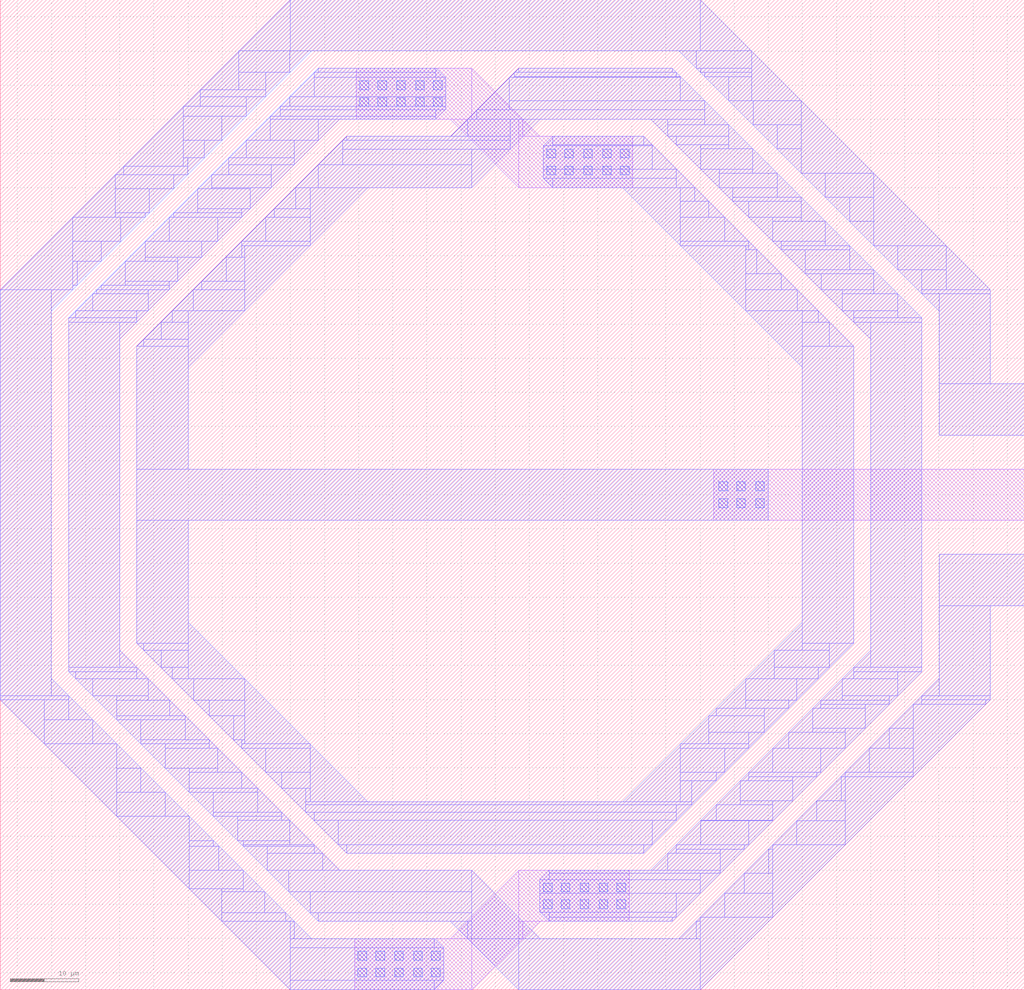
<source format=lef>
# Copyright 2020 The SkyWater PDK Authors
#
# Licensed under the Apache License, Version 2.0 (the "License");
# you may not use this file except in compliance with the License.
# You may obtain a copy of the License at
#
#     https://www.apache.org/licenses/LICENSE-2.0
#
# Unless required by applicable law or agreed to in writing, software
# distributed under the License is distributed on an "AS IS" BASIS,
# WITHOUT WARRANTIES OR CONDITIONS OF ANY KIND, either express or implied.
# See the License for the specific language governing permissions and
# limitations under the License.
#
# SPDX-License-Identifier: Apache-2.0

VERSION 5.7 ;
  NOWIREEXTENSIONATPIN ON ;
  DIVIDERCHAR "/" ;
  BUSBITCHARS "[]" ;
MACRO sky130_fd_pr__rf_test_coil1
  CLASS BLOCK ;
  FOREIGN sky130_fd_pr__rf_test_coil1 ;
  ORIGIN  72.52000  72.52000 ;
  SIZE  150.0200 BY  145.0400 ;
  OBS
    LAYER met2 ;
      POLYGON  -6.555000  55.010000  3.455000  55.010000  3.455000  45.000000 ;
      POLYGON  -3.445000 -65.020000  4.055000 -65.020000 -3.445000 -72.520000 ;
      POLYGON  -3.445000  62.510000  4.055000  55.010000 -3.445000  55.010000 ;
      POLYGON   3.455000 -55.010000  3.455000 -65.020000 -6.555000 -65.020000 ;
      POLYGON   4.055000 -62.510000  6.565000 -62.510000  4.055000 -65.020000 ;
      POLYGON   4.055000  55.010000  6.565000  52.500000  4.055000  52.500000 ;
      RECT -20.615000 -72.520000 -3.445000 -65.020000 ;
      RECT -20.395000  55.010000 -3.445000  62.510000 ;
      RECT   3.455000 -65.020000  4.055000 -62.510000 ;
      RECT   3.455000 -62.510000 19.625000 -55.010000 ;
      RECT   3.455000  45.000000 20.120000  52.500000 ;
      RECT   3.455000  52.500000  4.055000  55.010000 ;
      RECT  32.040000  -3.750000 77.500000   3.750000 ;
    LAYER met3 ;
      POLYGON -72.520000 -30.045000 -66.055000 -30.045000 -66.055000 -36.510000 ;
      POLYGON -66.055000 -36.510000 -55.445000 -36.510000 -55.445000 -47.120000 ;
      POLYGON -65.020000 -26.935000 -62.510000 -29.445000 -65.020000 -29.445000 ;
      POLYGON -65.020000  30.045000 -61.910000  30.045000 -65.020000  26.935000 ;
      POLYGON -62.510000 -29.445000 -58.990000 -32.965000 -62.510000 -32.965000 ;
      POLYGON -62.510000 -25.900000 -61.475000 -25.900000 -61.475000 -26.935000 ;
      POLYGON -61.910000  30.680000 -61.275000  30.680000 -61.910000  30.045000 ;
      POLYGON -61.910000  40.655000 -61.910000  30.045000 -72.520000  30.045000 ;
      POLYGON -61.475000 -26.935000 -58.965000 -26.935000 -58.965000 -29.445000 ;
      POLYGON -61.475000  26.935000 -61.475000  25.900000 -62.510000  25.900000 ;
      POLYGON -61.275000  34.225000 -57.730000  34.225000 -61.275000  30.680000 ;
      POLYGON -58.990000 -32.965000 -55.445000 -36.510000 -58.990000 -36.510000 ;
      POLYGON -58.965000 -29.445000 -55.445000 -29.445000 -55.445000 -32.965000 ;
      POLYGON -58.965000  29.445000 -58.965000  26.935000 -61.475000  26.935000 ;
      POLYGON -58.365000  30.045000 -58.365000  29.445000 -58.965000  29.445000 ;
      POLYGON -57.730000  30.680000 -57.730000  30.045000 -58.365000  30.045000 ;
      POLYGON -57.730000  37.110000 -54.845000  37.110000 -57.730000  34.225000 ;
      POLYGON -55.695000  46.870000 -55.695000  40.655000 -61.910000  40.655000 ;
      POLYGON -55.445000 -47.120000 -44.835000 -47.120000 -44.835000 -57.730000 ;
      POLYGON -55.445000 -36.510000 -51.900000 -40.055000 -55.445000 -40.055000 ;
      POLYGON -55.445000 -32.965000 -51.900000 -32.965000 -51.900000 -36.510000 ;
      POLYGON -55.010000 -22.790000 -52.500000 -25.300000 -55.010000 -25.300000 ;
      POLYGON -55.010000  25.300000 -52.500000  25.300000 -55.010000  22.790000 ;
      POLYGON -54.845000  40.655000 -51.300000  40.655000 -54.845000  37.110000 ;
      POLYGON -54.415000  48.150000 -54.415000  46.870000 -55.695000  46.870000 ;
      POLYGON -54.185000  34.225000 -54.185000  30.680000 -57.730000  30.680000 ;
      POLYGON -52.500000 -25.300000 -50.865000 -26.935000 -52.500000 -26.935000 ;
      POLYGON -52.500000 -21.755000 -51.465000 -21.755000 -51.465000 -22.790000 ;
      POLYGON -52.500000  26.935000 -50.865000  26.935000 -52.500000  25.300000 ;
      POLYGON -51.900000 -40.055000 -48.380000 -43.575000 -51.900000 -43.575000 ;
      POLYGON -51.900000 -36.510000 -48.355000 -36.510000 -48.355000 -40.055000 ;
      POLYGON -51.465000 -22.790000 -48.955000 -22.790000 -48.955000 -25.300000 ;
      POLYGON -51.465000  22.790000 -51.465000  21.755000 -52.500000  21.755000 ;
      POLYGON -51.300000  37.110000 -51.300000  34.225000 -54.185000  34.225000 ;
      POLYGON -51.300000  41.290000 -50.665000  41.290000 -51.300000  40.655000 ;
      POLYGON -50.865000 -26.935000 -47.720000 -30.080000 -50.865000 -30.080000 ;
      POLYGON -50.865000  30.045000 -47.755000  30.045000 -50.865000  26.935000 ;
      POLYGON -50.665000  44.835000 -47.120000  44.835000 -50.665000  41.290000 ;
      POLYGON -48.955000 -25.300000 -47.320000 -25.300000 -47.320000 -26.935000 ;
      POLYGON -48.955000  25.300000 -48.955000  22.790000 -51.465000  22.790000 ;
      POLYGON -48.380000 -43.575000 -44.835000 -47.120000 -48.380000 -47.120000 ;
      POLYGON -48.355000 -40.055000 -44.835000 -40.055000 -44.835000 -43.575000 ;
      POLYGON -47.755000  31.280000 -46.520000  31.280000 -47.755000  30.045000 ;
      POLYGON -47.755000  40.655000 -47.755000  37.110000 -51.300000  37.110000 ;
      POLYGON -47.720000 -30.080000 -45.435000 -32.365000 -47.720000 -32.365000 ;
      POLYGON -47.320000 -26.935000 -44.175000 -26.935000 -44.175000 -30.080000 ;
      POLYGON -47.320000  26.935000 -47.320000  25.300000 -48.955000  25.300000 ;
      POLYGON -47.120000  41.290000 -47.120000  40.655000 -47.755000  40.655000 ;
      POLYGON -47.120000  46.870000 -45.085000  46.870000 -47.120000  44.835000 ;
      POLYGON -46.520000  34.825000 -42.975000  34.825000 -46.520000  31.280000 ;
      POLYGON -45.680000  56.885000 -45.680000  48.150000 -54.415000  48.150000 ;
      POLYGON -45.435000 -32.365000 -41.890000 -35.910000 -45.435000 -35.910000 ;
      POLYGON -45.085000  49.340000 -42.615000  49.340000 -45.085000  46.870000 ;
      POLYGON -45.000000 -18.645000 -36.710000 -26.935000 -45.000000 -26.935000 ;
      POLYGON -45.000000  26.935000 -36.710000  26.935000 -45.000000  18.645000 ;
      POLYGON -44.835000 -57.730000 -40.055000 -57.730000 -40.055000 -62.510000 ;
      POLYGON -44.835000 -47.120000 -41.290000 -50.665000 -44.835000 -50.665000 ;
      POLYGON -44.835000 -43.575000 -41.290000 -43.575000 -41.290000 -47.120000 ;
      POLYGON -44.210000  30.045000 -44.210000  26.935000 -47.320000  26.935000 ;
      POLYGON -44.175000 -30.080000 -41.890000 -30.080000 -41.890000 -32.365000 ;
      POLYGON -43.575000  44.835000 -43.575000  41.290000 -47.120000  41.290000 ;
      POLYGON -43.210000  59.355000 -43.210000  56.885000 -45.680000  56.885000 ;
      POLYGON -42.975000  31.280000 -42.975000  30.045000 -44.210000  30.045000 ;
      POLYGON -42.975000  37.110000 -40.690000  37.110000 -42.975000  34.825000 ;
      POLYGON -42.615000  51.900000 -40.055000  51.900000 -42.615000  49.340000 ;
      POLYGON -41.890000 -35.910000 -40.690000 -37.110000 -41.890000 -37.110000 ;
      POLYGON -41.890000 -32.365000 -38.345000 -32.365000 -38.345000 -35.910000 ;
      POLYGON -41.540000  46.870000 -41.540000  44.835000 -43.575000  44.835000 ;
      POLYGON -41.290000 -50.665000 -40.480000 -51.475000 -41.290000 -51.475000 ;
      POLYGON -41.290000 -47.120000 -37.745000 -47.120000 -37.745000 -50.665000 ;
      POLYGON -40.690000 -37.110000 -37.145000 -40.655000 -40.690000 -40.655000 ;
      POLYGON -40.690000  40.655000 -37.145000  40.655000 -40.690000  37.110000 ;
      POLYGON -40.480000 -51.475000 -36.935000 -55.020000 -40.480000 -55.020000 ;
      POLYGON -40.055000 -62.510000 -30.045000 -62.510000 -30.045000 -72.520000 ;
      POLYGON -40.055000  55.445000 -36.510000  55.445000 -40.055000  51.900000 ;
      POLYGON -39.430000  34.825000 -39.430000  31.280000 -42.975000  31.280000 ;
      POLYGON -39.070000  49.340000 -39.070000  46.870000 -41.540000  46.870000 ;
      POLYGON -38.345000 -35.910000 -37.145000 -35.910000 -37.145000 -37.110000 ;
      POLYGON -37.745000 -50.665000 -36.935000 -50.665000 -36.935000 -51.475000 ;
      POLYGON -37.545000  65.020000 -37.545000  59.355000 -43.210000  59.355000 ;
      POLYGON -37.145000 -40.655000 -34.825000 -42.975000 -37.145000 -42.975000 ;
      POLYGON -37.145000 -37.110000 -33.600000 -37.110000 -33.600000 -40.655000 ;
      POLYGON -37.145000  37.110000 -37.145000  34.825000 -39.430000  34.825000 ;
      POLYGON -37.145000  41.890000 -35.910000  41.890000 -37.145000  40.655000 ;
      POLYGON -36.935000 -55.020000 -33.790000 -58.165000 -36.935000 -58.165000 ;
      POLYGON -36.935000 -51.475000 -33.390000 -51.475000 -33.390000 -55.020000 ;
      POLYGON -36.710000 -26.935000 -27.135000 -36.510000 -36.710000 -36.510000 ;
      POLYGON -36.710000  36.510000 -27.135000  36.510000 -36.710000  26.935000 ;
      POLYGON -36.510000  51.900000 -36.510000  49.340000 -39.070000  49.340000 ;
      POLYGON -36.510000  58.330000 -33.625000  58.330000 -36.510000  55.445000 ;
      POLYGON -35.910000  45.000000 -32.800000  45.000000 -35.910000  41.890000 ;
      POLYGON -34.825000 -42.975000 -31.280000 -46.520000 -34.825000 -46.520000 ;
      POLYGON -33.790000 -58.165000 -30.680000 -61.275000 -33.790000 -61.275000 ;
      POLYGON -33.625000  61.875000 -30.080000  61.875000 -33.625000  58.330000 ;
      POLYGON -33.600000 -40.655000 -31.280000 -40.655000 -31.280000 -42.975000 ;
      POLYGON -33.600000  40.655000 -33.600000  37.110000 -37.145000  37.110000 ;
      POLYGON -33.390000 -55.020000 -30.245000 -55.020000 -30.245000 -58.165000 ;
      POLYGON -32.965000  55.445000 -32.965000  51.900000 -36.510000  51.900000 ;
      POLYGON -32.800000  48.355000 -29.445000  48.355000 -32.800000  45.000000 ;
      POLYGON -32.365000  41.890000 -32.365000  40.655000 -33.600000  40.655000 ;
      POLYGON -31.525000  56.885000 -31.525000  55.445000 -32.965000  55.445000 ;
      POLYGON -31.280000 -46.520000 -30.080000 -47.720000 -31.280000 -47.720000 ;
      POLYGON -31.280000 -42.975000 -27.735000 -42.975000 -27.735000 -46.520000 ;
      POLYGON -30.680000 -61.275000 -29.445000 -62.510000 -30.680000 -62.510000 ;
      POLYGON -30.245000 -58.165000 -27.135000 -58.165000 -27.135000 -61.275000 ;
      POLYGON -30.080000 -47.720000 -26.535000 -51.265000 -30.080000 -51.265000 ;
      POLYGON -30.080000  58.330000 -30.080000  56.885000 -31.525000  56.885000 ;
      POLYGON -30.080000  65.020000 -26.935000  65.020000 -30.080000  61.875000 ;
      POLYGON -30.045000  72.520000 -30.045000  65.020000 -37.545000  65.020000 ;
      POLYGON -29.445000 -62.510000 -26.935000 -65.020000 -29.445000 -65.020000 ;
      POLYGON -29.445000  51.900000 -25.900000  51.900000 -29.445000  48.355000 ;
      POLYGON -29.255000  45.000000 -29.255000  41.890000 -32.365000  41.890000 ;
      POLYGON -27.735000 -46.520000 -26.535000 -46.520000 -26.535000 -47.720000 ;
      POLYGON -27.135000 -61.275000 -25.900000 -61.275000 -25.900000 -62.510000 ;
      POLYGON -27.135000 -36.510000 -18.645000 -45.000000 -27.135000 -45.000000 ;
      POLYGON -27.135000  45.000000 -18.645000  45.000000 -27.135000  36.510000 ;
      POLYGON -26.535000 -51.265000 -25.300000 -52.500000 -26.535000 -52.500000 ;
      POLYGON -26.535000 -47.720000 -22.990000 -47.720000 -22.990000 -51.265000 ;
      POLYGON -26.535000  61.875000 -26.535000  58.330000 -30.080000  58.330000 ;
      POLYGON -25.900000  48.355000 -25.900000  45.000000 -29.255000  45.000000 ;
      POLYGON -25.900000  55.010000 -22.790000  55.010000 -25.900000  51.900000 ;
      POLYGON -25.900000  62.510000 -25.900000  61.875000 -26.535000  61.875000 ;
      POLYGON -25.300000 -52.500000 -22.780000 -55.020000 -25.300000 -55.020000 ;
      POLYGON -22.990000 -51.265000 -21.755000 -51.265000 -21.755000 -52.500000 ;
      POLYGON -22.355000  51.900000 -22.355000  48.355000 -25.900000  48.355000 ;
      POLYGON -21.755000  52.500000 -21.755000  51.900000 -22.355000  51.900000 ;
      POLYGON  -8.915000 -71.150000  -7.545000 -71.150000  -8.915000 -72.520000 ;
      POLYGON  -8.915000 -65.020000  -7.545000 -66.390000  -8.915000 -66.390000 ;
      POLYGON  -8.695000  56.380000  -7.325000  56.380000  -8.695000  55.010000 ;
      POLYGON  -8.695000  62.510000  -7.325000  61.140000  -8.695000  61.140000 ;
      POLYGON  -6.565000 -62.510000  -4.055000 -62.510000  -4.055000 -65.020000 ;
      POLYGON  -4.055000 -65.020000   3.445000 -65.020000   3.445000 -72.520000 ;
      POLYGON  -4.055000  55.010000  -4.055000  52.500000  -6.565000  52.500000 ;
      POLYGON  -3.455000  50.620000   2.165000  50.620000  -3.455000  45.000000 ;
      POLYGON  -3.445000 -55.020000   6.555000 -65.020000  -3.445000 -65.020000 ;
      POLYGON  -2.685000  56.380000  -2.685000  55.010000  -4.055000  55.010000 ;
      POLYGON   2.075000  61.140000   2.075000  56.380000  -2.685000  56.380000 ;
      POLYGON   2.165000  55.010000   6.555000  55.010000   2.165000  50.620000 ;
      POLYGON   2.810000  61.875000   2.810000  61.140000   2.075000  61.140000 ;
      POLYGON   3.445000  62.510000   3.445000  61.875000   2.810000  61.875000 ;
      POLYGON   6.555000 -61.140000   7.925000 -61.140000   7.925000 -62.510000 ;
      POLYGON   7.050000  46.370000   8.420000  46.370000   8.420000  45.000000 ;
      POLYGON   7.915000 -55.020000   7.915000 -56.380000   6.555000 -56.380000 ;
      POLYGON   7.925000 -55.010000   7.925000 -55.020000   7.915000 -55.020000 ;
      POLYGON   8.420000  52.500000   8.420000  51.130000   7.050000  51.130000 ;
      POLYGON  18.645000  45.000000  27.135000  45.000000  27.135000  36.510000 ;
      POLYGON  21.755000 -51.265000  22.990000 -51.265000  21.755000 -52.500000 ;
      POLYGON  21.755000  52.500000  22.990000  51.265000  21.755000  51.265000 ;
      POLYGON  22.790000  55.010000  25.300000  55.010000  25.300000  52.500000 ;
      POLYGON  22.990000 -47.720000  26.535000 -47.720000  22.990000 -51.265000 ;
      POLYGON  22.990000  51.265000  26.535000  47.720000  22.990000  47.720000 ;
      POLYGON  25.300000 -52.500000  25.300000 -55.010000  22.790000 -55.010000 ;
      POLYGON  25.300000  52.500000  26.535000  52.500000  26.535000  51.265000 ;
      POLYGON  25.900000 -61.910000  26.500000 -61.910000  25.900000 -62.510000 ;
      POLYGON  25.900000  62.510000  26.535000  61.875000  25.900000  61.875000 ;
      POLYGON  26.500000 -58.365000  30.045000 -58.365000  26.500000 -61.910000 ;
      POLYGON  26.535000 -51.265000  26.535000 -52.500000  25.300000 -52.500000 ;
      POLYGON  26.535000 -45.435000  28.820000 -45.435000  26.535000 -47.720000 ;
      POLYGON  26.535000  47.720000  29.255000  45.000000  26.535000  45.000000 ;
      POLYGON  26.535000  51.265000  30.080000  51.265000  30.080000  47.720000 ;
      POLYGON  26.535000  61.875000  27.135000  61.275000  26.535000  61.275000 ;
      POLYGON  26.935000  65.020000  29.445000  65.020000  29.445000  62.510000 ;
      POLYGON  27.135000 -36.510000  27.135000 -45.000000  18.645000 -45.000000 ;
      POLYGON  27.135000  36.510000  36.710000  36.510000  36.710000  26.935000 ;
      POLYGON  27.135000  61.275000  30.680000  57.730000  27.135000  57.730000 ;
      POLYGON  28.820000 -41.890000  32.365000 -41.890000  28.820000 -45.435000 ;
      POLYGON  29.255000  45.000000  31.280000  42.975000  29.255000  42.975000 ;
      POLYGON  29.445000 -62.510000  29.445000 -65.020000  26.935000 -65.020000 ;
      POLYGON  29.445000  62.510000  30.080000  62.510000  30.080000  61.875000 ;
      POLYGON  30.045000 -61.910000  30.045000 -62.510000  29.445000 -62.510000 ;
      POLYGON  30.045000 -61.910000  40.655000 -61.910000  30.045000 -72.520000 ;
      POLYGON  30.045000 -55.445000  32.965000 -55.445000  30.045000 -58.365000 ;
      POLYGON  30.045000  72.520000  37.545000  65.020000  30.045000  65.020000 ;
      POLYGON  30.080000 -47.720000  30.080000 -51.265000  26.535000 -51.265000 ;
      POLYGON  30.080000  47.720000  32.800000  47.720000  32.800000  45.000000 ;
      POLYGON  30.080000  61.875000  30.680000  61.875000  30.680000  61.275000 ;
      POLYGON  30.680000  57.730000  34.225000  54.185000  30.680000  54.185000 ;
      POLYGON  30.680000  61.275000  34.225000  61.275000  34.225000  57.730000 ;
      POLYGON  31.280000 -32.365000  31.280000 -36.510000  27.135000 -36.510000 ;
      POLYGON  31.280000  42.975000  33.600000  40.655000  31.280000  40.655000 ;
      POLYGON  32.365000 -45.435000  32.365000 -47.720000  30.080000 -47.720000 ;
      POLYGON  32.365000 -40.655000  33.600000 -40.655000  32.365000 -41.890000 ;
      POLYGON  32.365000 -31.280000  32.365000 -32.365000  31.280000 -32.365000 ;
      POLYGON  32.800000  45.000000  34.825000  45.000000  34.825000  42.975000 ;
      POLYGON  32.965000 -51.900000  36.510000 -51.900000  32.965000 -55.445000 ;
      POLYGON  33.590000 -58.365000  33.590000 -61.910000  30.045000 -61.910000 ;
      POLYGON  33.600000 -37.110000  37.145000 -37.110000  33.600000 -40.655000 ;
      POLYGON  33.600000  40.655000  37.145000  37.110000  33.600000  37.110000 ;
      POLYGON  34.225000  54.185000  37.745000  50.665000  34.225000  50.665000 ;
      POLYGON  34.225000  57.730000  37.770000  57.730000  37.770000  54.185000 ;
      POLYGON  34.825000  42.975000  37.145000  42.975000  37.145000  40.655000 ;
      POLYGON  35.910000 -41.890000  35.910000 -45.435000  32.365000 -45.435000 ;
      POLYGON  36.510000 -55.445000  36.510000 -58.365000  33.590000 -58.365000 ;
      POLYGON  36.510000 -51.300000  37.110000 -51.300000  36.510000 -51.900000 ;
      POLYGON  36.710000 -26.935000  36.710000 -31.280000  32.365000 -31.280000 ;
      POLYGON  36.710000  26.935000  45.000000  26.935000  45.000000  18.645000 ;
      POLYGON  37.110000 -47.755000  40.655000 -47.755000  37.110000 -51.300000 ;
      POLYGON  37.145000 -40.655000  37.145000 -41.890000  35.910000 -41.890000 ;
      POLYGON  37.145000 -34.825000  39.430000 -34.825000  37.145000 -37.110000 ;
      POLYGON  37.145000  37.110000  38.345000  35.910000  37.145000  35.910000 ;
      POLYGON  37.145000  40.655000  40.690000  40.655000  40.690000  37.110000 ;
      POLYGON  37.545000  65.020000  44.835000  57.730000  37.545000  57.730000 ;
      POLYGON  37.745000  50.665000  41.290000  47.120000  37.745000  47.120000 ;
      POLYGON  37.770000  54.185000  41.290000  54.185000  41.290000  50.665000 ;
      POLYGON  38.345000  35.910000  41.890000  32.365000  38.345000  32.365000 ;
      POLYGON  39.430000 -31.280000  42.975000 -31.280000  39.430000 -34.825000 ;
      POLYGON  40.055000 -51.900000  40.055000 -55.445000  36.510000 -55.445000 ;
      POLYGON  40.655000 -51.300000  40.655000 -51.900000  40.055000 -51.900000 ;
      POLYGON  40.655000 -51.300000  51.265000 -51.300000  40.655000 -61.910000 ;
      POLYGON  40.655000 -44.835000  43.575000 -44.835000  40.655000 -47.755000 ;
      POLYGON  40.690000 -37.110000  40.690000 -40.655000  37.145000 -40.655000 ;
      POLYGON  40.690000  37.110000  41.890000  37.110000  41.890000  35.910000 ;
      POLYGON  40.855000 -22.790000  40.855000 -26.935000  36.710000 -26.935000 ;
      POLYGON  41.290000  47.120000  44.835000  43.575000  41.290000  43.575000 ;
      POLYGON  41.290000  50.665000  44.835000  50.665000  44.835000  47.120000 ;
      POLYGON  41.890000  32.365000  44.210000  30.045000  41.890000  30.045000 ;
      POLYGON  41.890000  35.910000  45.435000  35.910000  45.435000  32.365000 ;
      POLYGON  42.975000 -34.825000  42.975000 -37.110000  40.690000 -37.110000 ;
      POLYGON  42.975000 -30.080000  44.175000 -30.080000  42.975000 -31.280000 ;
      POLYGON  43.575000 -41.290000  47.120000 -41.290000  43.575000 -44.835000 ;
      POLYGON  44.175000 -26.935000  47.320000 -26.935000  44.175000 -30.080000 ;
      POLYGON  44.200000 -47.755000  44.200000 -51.300000  40.655000 -51.300000 ;
      POLYGON  44.210000  30.045000  47.320000  26.935000  44.210000  26.935000 ;
      POLYGON  44.835000  43.575000  48.355000  40.055000  44.835000  40.055000 ;
      POLYGON  44.835000  47.120000  48.380000  47.120000  48.380000  43.575000 ;
      POLYGON  44.835000  57.730000  55.445000  47.120000  44.835000  47.120000 ;
      POLYGON  45.000000 -18.645000  45.000000 -22.790000  40.855000 -22.790000 ;
      POLYGON  45.435000  32.365000  47.755000  32.365000  47.755000  30.045000 ;
      POLYGON  46.520000 -31.280000  46.520000 -34.825000  42.975000 -34.825000 ;
      POLYGON  47.120000 -44.835000  47.120000 -47.755000  44.200000 -47.755000 ;
      POLYGON  47.120000 -40.690000  47.720000 -40.690000  47.120000 -41.290000 ;
      POLYGON  47.320000 -25.300000  48.955000 -25.300000  47.320000 -26.935000 ;
      POLYGON  47.320000  26.935000  48.955000  25.300000  47.320000  25.300000 ;
      POLYGON  47.720000 -37.145000  51.265000 -37.145000  47.720000 -40.690000 ;
      POLYGON  47.720000 -30.080000  47.720000 -31.280000  46.520000 -31.280000 ;
      POLYGON  47.755000  30.045000  50.865000  30.045000  50.865000  26.935000 ;
      POLYGON  48.355000  40.055000  51.900000  36.510000  48.355000  36.510000 ;
      POLYGON  48.380000  43.575000  51.900000  43.575000  51.900000  40.055000 ;
      POLYGON  48.955000 -21.755000  52.500000 -21.755000  48.955000 -25.300000 ;
      POLYGON  48.955000  25.300000  52.500000  21.755000  48.955000  21.755000 ;
      POLYGON  50.665000 -41.290000  50.665000 -44.835000  47.120000 -44.835000 ;
      POLYGON  50.865000 -26.935000  50.865000 -30.080000  47.720000 -30.080000 ;
      POLYGON  50.865000  26.935000  52.500000  26.935000  52.500000  25.300000 ;
      POLYGON  51.265000 -41.290000  61.275000 -41.290000  51.265000 -51.300000 ;
      POLYGON  51.265000 -40.690000  51.265000 -41.290000  50.665000 -41.290000 ;
      POLYGON  51.265000 -34.225000  54.185000 -34.225000  51.265000 -37.145000 ;
      POLYGON  51.900000  36.510000  55.445000  32.965000  51.900000  32.965000 ;
      POLYGON  51.900000  40.055000  55.445000  40.055000  55.445000  36.510000 ;
      POLYGON  52.500000 -25.300000  52.500000 -26.935000  50.865000 -26.935000 ;
      POLYGON  52.500000  25.300000  55.010000  25.300000  55.010000  22.790000 ;
      POLYGON  54.185000 -30.680000  57.730000 -30.680000  54.185000 -34.225000 ;
      POLYGON  54.810000 -37.145000  54.810000 -40.690000  51.265000 -40.690000 ;
      POLYGON  55.010000 -22.790000  55.010000 -25.300000  52.500000 -25.300000 ;
      POLYGON  55.445000  32.965000  58.965000  29.445000  55.445000  29.445000 ;
      POLYGON  55.445000  36.510000  58.990000  36.510000  58.990000  32.965000 ;
      POLYGON  55.445000  47.120000  66.055000  36.510000  55.445000  36.510000 ;
      POLYGON  57.730000 -34.225000  57.730000 -37.145000  54.810000 -37.145000 ;
      POLYGON  57.730000 -29.445000  58.965000 -29.445000  57.730000 -30.680000 ;
      POLYGON  58.965000 -25.900000  62.510000 -25.900000  58.965000 -29.445000 ;
      POLYGON  58.965000  29.445000  62.510000  25.900000  58.965000  25.900000 ;
      POLYGON  58.990000  32.965000  62.510000  32.965000  62.510000  29.445000 ;
      POLYGON  61.275000 -30.680000  61.275000 -34.225000  57.730000 -34.225000 ;
      POLYGON  61.275000 -30.680000  71.885000 -30.680000  61.275000 -41.290000 ;
      POLYGON  62.510000 -29.445000  62.510000 -30.680000  61.275000 -30.680000 ;
      POLYGON  62.510000  29.445000  65.020000  29.445000  65.020000  26.935000 ;
      POLYGON  65.020000 -26.935000  65.020000 -29.445000  62.510000 -29.445000 ;
      POLYGON  66.055000  36.510000  72.520000  30.045000  66.055000  30.045000 ;
      POLYGON  71.885000 -30.045000  72.520000 -30.045000  71.885000 -30.680000 ;
      RECT -72.520000 -30.045000 -62.510000 -29.445000 ;
      RECT -72.520000 -29.445000 -65.020000  30.045000 ;
      RECT -66.055000 -36.510000 -58.990000 -32.965000 ;
      RECT -66.055000 -32.965000 -62.510000 -30.045000 ;
      RECT -62.510000 -25.900000 -52.500000 -25.300000 ;
      RECT -62.510000 -25.300000 -55.010000  25.300000 ;
      RECT -62.510000  25.300000 -52.500000  25.900000 ;
      RECT -61.910000  30.680000 -61.275000  34.225000 ;
      RECT -61.910000  34.225000 -57.730000  37.110000 ;
      RECT -61.910000  37.110000 -54.845000  40.655000 ;
      RECT -61.475000 -26.935000 -52.500000 -25.900000 ;
      RECT -61.475000  25.900000 -52.500000  26.935000 ;
      RECT -58.965000 -29.445000 -50.865000 -26.935000 ;
      RECT -58.965000  26.935000 -50.865000  29.445000 ;
      RECT -58.365000  29.445000 -50.865000  30.045000 ;
      RECT -57.730000  30.045000 -47.755000  30.680000 ;
      RECT -55.695000  40.655000 -51.300000  41.290000 ;
      RECT -55.695000  41.290000 -50.665000  44.835000 ;
      RECT -55.695000  44.835000 -47.120000  46.870000 ;
      RECT -55.445000 -47.120000 -48.380000 -43.575000 ;
      RECT -55.445000 -43.575000 -51.900000 -40.055000 ;
      RECT -55.445000 -32.965000 -45.435000 -32.365000 ;
      RECT -55.445000 -32.365000 -47.720000 -30.080000 ;
      RECT -55.445000 -30.080000 -50.865000 -29.445000 ;
      RECT -54.415000  46.870000 -45.085000  48.150000 ;
      RECT -54.185000  30.680000 -47.755000  31.280000 ;
      RECT -54.185000  31.280000 -46.520000  34.225000 ;
      RECT -52.500000 -21.755000 -45.000000  -3.750000 ;
      RECT -52.500000  -3.750000  40.000000   3.750000 ;
      RECT -52.500000   3.750000 -45.000000  21.755000 ;
      RECT -51.900000 -36.510000 -41.890000 -35.910000 ;
      RECT -51.900000 -35.910000 -45.435000 -32.965000 ;
      RECT -51.465000 -22.790000 -45.000000 -21.755000 ;
      RECT -51.465000  21.755000 -45.000000  22.790000 ;
      RECT -51.300000  34.225000 -46.520000  34.825000 ;
      RECT -51.300000  34.825000 -42.975000  37.110000 ;
      RECT -48.955000 -25.300000 -45.000000 -22.790000 ;
      RECT -48.955000  22.790000 -45.000000  25.300000 ;
      RECT -48.355000 -40.055000 -40.690000 -37.110000 ;
      RECT -48.355000 -37.110000 -41.890000 -36.510000 ;
      RECT -47.755000  37.110000 -40.690000  40.655000 ;
      RECT -47.320000 -26.935000 -45.000000 -25.300000 ;
      RECT -47.320000  25.300000 -45.000000  26.935000 ;
      RECT -47.120000  40.655000 -37.145000  41.290000 ;
      RECT -45.680000  48.150000 -45.085000  49.340000 ;
      RECT -45.680000  49.340000 -42.615000  51.900000 ;
      RECT -45.680000  51.900000 -40.055000  55.445000 ;
      RECT -45.680000  55.445000 -36.510000  56.885000 ;
      RECT -44.835000 -57.730000 -36.935000 -55.020000 ;
      RECT -44.835000 -55.020000 -40.480000 -51.475000 ;
      RECT -44.835000 -51.475000 -41.290000 -50.665000 ;
      RECT -44.835000 -43.575000 -34.825000 -42.975000 ;
      RECT -44.835000 -42.975000 -37.145000 -40.655000 ;
      RECT -44.835000 -40.655000 -40.690000 -40.055000 ;
      RECT -44.210000  26.935000 -36.710000  30.045000 ;
      RECT -44.175000 -30.080000 -36.710000 -26.935000 ;
      RECT -43.575000  41.290000 -37.145000  41.890000 ;
      RECT -43.575000  41.890000 -35.910000  44.835000 ;
      RECT -43.210000  56.885000 -36.510000  58.330000 ;
      RECT -43.210000  58.330000 -33.625000  59.355000 ;
      RECT -42.975000  30.045000 -36.710000  31.280000 ;
      RECT -41.890000 -32.365000 -36.710000 -30.080000 ;
      RECT -41.540000  44.835000 -35.910000  45.000000 ;
      RECT -41.540000  45.000000 -32.800000  46.870000 ;
      RECT -41.290000 -47.120000 -31.280000 -46.520000 ;
      RECT -41.290000 -46.520000 -34.825000 -43.575000 ;
      RECT -40.055000 -62.510000 -30.680000 -61.275000 ;
      RECT -40.055000 -61.275000 -33.790000 -58.165000 ;
      RECT -40.055000 -58.165000 -36.935000 -57.730000 ;
      RECT -39.430000  31.280000 -36.710000  34.825000 ;
      RECT -39.070000  46.870000 -32.800000  48.355000 ;
      RECT -39.070000  48.355000 -29.445000  49.340000 ;
      RECT -38.345000 -35.910000 -36.710000 -32.365000 ;
      RECT -37.745000 -50.665000 -30.080000 -47.720000 ;
      RECT -37.745000 -47.720000 -31.280000 -47.120000 ;
      RECT -37.545000  59.355000 -33.625000  61.875000 ;
      RECT -37.545000  61.875000 -30.080000  65.020000 ;
      RECT -37.145000 -37.110000 -27.135000 -36.510000 ;
      RECT -37.145000 -36.510000 -36.710000 -35.910000 ;
      RECT -37.145000  34.825000 -36.710000  36.510000 ;
      RECT -37.145000  36.510000 -27.135000  37.110000 ;
      RECT -36.935000 -51.475000 -26.535000 -51.265000 ;
      RECT -36.935000 -51.265000 -30.080000 -50.665000 ;
      RECT -36.510000  49.340000 -29.445000  51.900000 ;
      RECT -33.600000 -40.655000 -27.135000 -37.110000 ;
      RECT -33.600000  37.110000 -27.135000  40.655000 ;
      RECT -33.390000 -55.020000 -25.300000 -52.500000 ;
      RECT -33.390000 -52.500000 -26.535000 -51.475000 ;
      RECT -32.965000  51.900000 -25.900000  55.010000 ;
      RECT -32.965000  55.010000  -8.695000  55.445000 ;
      RECT -32.365000  40.655000 -27.135000  41.890000 ;
      RECT -31.525000  55.445000  -8.695000  56.380000 ;
      RECT -31.525000  56.380000  -7.265000  56.885000 ;
      RECT -31.280000 -42.975000 -27.135000 -40.655000 ;
      RECT -30.245000 -58.165000  -3.445000 -55.020000 ;
      RECT -30.080000  56.885000  -7.265000  58.330000 ;
      RECT -30.045000 -72.520000  -8.915000 -71.150000 ;
      RECT -30.045000 -71.150000  -7.545000 -66.390000 ;
      RECT -30.045000 -66.390000  -8.915000 -65.020000 ;
      RECT -30.045000 -65.020000 -29.445000 -62.510000 ;
      RECT -30.045000  65.020000  30.045000  72.520000 ;
      RECT -29.255000  41.890000 -27.135000  45.000000 ;
      RECT -27.735000 -46.520000  26.535000 -45.435000 ;
      RECT -27.735000 -45.435000  28.820000 -45.000000 ;
      RECT -27.735000 -45.000000 -27.135000 -42.975000 ;
      RECT -27.135000 -61.275000  -3.445000 -58.165000 ;
      RECT -26.535000 -47.720000  26.535000 -46.520000 ;
      RECT -26.535000  58.330000  -7.265000  61.140000 ;
      RECT -26.535000  61.140000  -8.695000  61.875000 ;
      RECT -25.900000 -62.510000  -3.445000 -61.275000 ;
      RECT -25.900000  45.000000  -3.455000  48.355000 ;
      RECT -25.900000  61.875000  -8.695000  62.510000 ;
      RECT -22.990000 -51.265000  22.990000 -47.720000 ;
      RECT -22.355000  48.355000  -3.455000  50.620000 ;
      RECT -22.355000  50.620000   2.165000  51.900000 ;
      RECT -21.755000 -52.500000  21.755000 -51.265000 ;
      RECT -21.755000  51.900000   2.165000  52.500000 ;
      RECT  -4.055000 -65.020000  -3.445000 -62.510000 ;
      RECT  -4.055000  52.500000   2.165000  55.010000 ;
      RECT  -2.685000  55.010000  30.680000  56.380000 ;
      RECT   2.075000  56.380000  30.680000  57.730000 ;
      RECT   2.075000  57.730000  27.135000  61.140000 ;
      RECT   2.810000  61.140000  27.135000  61.275000 ;
      RECT   2.810000  61.275000  26.535000  61.875000 ;
      RECT   3.445000 -72.520000  30.045000 -65.020000 ;
      RECT   3.445000  61.875000  25.900000  62.510000 ;
      RECT   6.555000 -61.140000  26.500000 -58.365000 ;
      RECT   6.555000 -58.365000  30.045000 -56.380000 ;
      RECT   7.050000  46.370000  26.535000  47.720000 ;
      RECT   7.050000  47.720000  22.990000  51.130000 ;
      RECT   7.915000 -56.380000  30.045000 -55.445000 ;
      RECT   7.915000 -55.445000  32.965000 -55.020000 ;
      RECT   7.925000 -62.510000  25.900000 -61.910000 ;
      RECT   7.925000 -61.910000  26.500000 -61.140000 ;
      RECT   7.925000 -55.020000  32.965000 -55.010000 ;
      RECT   8.420000  45.000000  26.535000  46.370000 ;
      RECT   8.420000  51.130000  22.990000  51.265000 ;
      RECT   8.420000  51.265000  21.755000  52.500000 ;
      RECT  25.300000 -55.010000  32.965000 -52.500000 ;
      RECT  25.300000  52.500000  34.225000  54.185000 ;
      RECT  25.300000  54.185000  30.680000  55.010000 ;
      RECT  26.535000 -52.500000  32.965000 -51.900000 ;
      RECT  26.535000 -51.900000  36.510000 -51.300000 ;
      RECT  26.535000 -51.300000  37.110000 -51.265000 ;
      RECT  26.535000  51.265000  34.225000  52.500000 ;
      RECT  27.135000 -45.000000  28.820000 -41.890000 ;
      RECT  27.135000 -41.890000  32.365000 -40.655000 ;
      RECT  27.135000 -40.655000  33.600000 -37.110000 ;
      RECT  27.135000 -37.110000  37.145000 -36.510000 ;
      RECT  27.135000  36.510000  37.145000  37.110000 ;
      RECT  27.135000  37.110000  33.600000  40.655000 ;
      RECT  27.135000  40.655000  31.280000  42.975000 ;
      RECT  27.135000  42.975000  29.255000  45.000000 ;
      RECT  29.445000 -65.020000  30.045000 -62.510000 ;
      RECT  29.445000  62.510000  37.545000  65.020000 ;
      RECT  30.080000 -51.265000  37.110000 -47.755000 ;
      RECT  30.080000 -47.755000  40.655000 -47.720000 ;
      RECT  30.080000  47.720000  37.745000  50.665000 ;
      RECT  30.080000  50.665000  34.225000  51.265000 ;
      RECT  30.080000  61.875000  37.545000  62.510000 ;
      RECT  30.680000  61.275000  37.545000  61.875000 ;
      RECT  31.280000 -36.510000  37.145000 -34.825000 ;
      RECT  31.280000 -34.825000  39.430000 -32.365000 ;
      RECT  32.365000 -47.720000  40.655000 -45.435000 ;
      RECT  32.365000 -32.365000  39.430000 -31.280000 ;
      RECT  32.800000  45.000000  41.290000  47.120000 ;
      RECT  32.800000  47.120000  37.745000  47.720000 ;
      RECT  33.590000 -61.910000  40.655000 -58.365000 ;
      RECT  34.225000  57.730000  37.545000  61.275000 ;
      RECT  34.825000  42.975000  44.835000  43.575000 ;
      RECT  34.825000  43.575000  41.290000  45.000000 ;
      RECT  35.910000 -45.435000  40.655000 -44.835000 ;
      RECT  35.910000 -44.835000  43.575000 -41.890000 ;
      RECT  36.510000 -58.365000  40.655000 -55.445000 ;
      RECT  36.710000 -31.280000  42.975000 -30.080000 ;
      RECT  36.710000 -30.080000  44.175000 -26.935000 ;
      RECT  36.710000  26.935000  44.210000  30.045000 ;
      RECT  36.710000  30.045000  41.890000  32.365000 ;
      RECT  36.710000  32.365000  38.345000  35.910000 ;
      RECT  36.710000  35.910000  37.145000  36.510000 ;
      RECT  37.145000 -41.890000  43.575000 -41.290000 ;
      RECT  37.145000 -41.290000  47.120000 -40.690000 ;
      RECT  37.145000 -40.690000  47.720000 -40.655000 ;
      RECT  37.145000  40.655000  44.835000  42.975000 ;
      RECT  37.770000  54.185000  44.835000  57.730000 ;
      RECT  40.055000 -55.445000  40.655000 -51.900000 ;
      RECT  40.690000 -40.655000  47.720000 -37.145000 ;
      RECT  40.690000 -37.145000  51.265000 -37.110000 ;
      RECT  40.690000  37.110000  48.355000  40.055000 ;
      RECT  40.690000  40.055000  44.835000  40.655000 ;
      RECT  40.855000 -26.935000  47.320000 -25.300000 ;
      RECT  40.855000 -25.300000  48.955000 -22.790000 ;
      RECT  41.290000  50.665000  44.835000  54.185000 ;
      RECT  41.890000  35.910000  51.900000  36.510000 ;
      RECT  41.890000  36.510000  48.355000  37.110000 ;
      RECT  42.975000 -37.110000  51.265000 -34.825000 ;
      RECT  44.200000 -51.300000  51.265000 -47.755000 ;
      RECT  45.000000 -22.790000  48.955000 -21.755000 ;
      RECT  45.000000 -21.755000  52.500000  21.755000 ;
      RECT  45.000000  21.755000  48.955000  25.300000 ;
      RECT  45.000000  25.300000  47.320000  26.935000 ;
      RECT  45.435000  32.365000  55.445000  32.965000 ;
      RECT  45.435000  32.965000  51.900000  35.910000 ;
      RECT  46.520000 -34.825000  51.265000 -34.225000 ;
      RECT  46.520000 -34.225000  54.185000 -31.280000 ;
      RECT  47.120000 -47.755000  51.265000 -44.835000 ;
      RECT  47.720000 -31.280000  54.185000 -30.680000 ;
      RECT  47.720000 -30.680000  57.730000 -30.080000 ;
      RECT  47.755000  30.045000  55.445000  32.365000 ;
      RECT  48.380000  43.575000  55.445000  47.120000 ;
      RECT  50.665000 -44.835000  51.265000 -41.290000 ;
      RECT  50.865000 -30.080000  57.730000 -29.445000 ;
      RECT  50.865000 -29.445000  58.965000 -26.935000 ;
      RECT  50.865000  26.935000  58.965000  29.445000 ;
      RECT  50.865000  29.445000  55.445000  30.045000 ;
      RECT  51.265000 -41.290000  61.275000 -40.690000 ;
      RECT  51.900000  40.055000  55.445000  43.575000 ;
      RECT  52.500000 -26.935000  58.965000 -25.900000 ;
      RECT  52.500000 -25.900000  62.510000 -25.300000 ;
      RECT  52.500000  25.300000  62.510000  25.900000 ;
      RECT  52.500000  25.900000  58.965000  26.935000 ;
      RECT  54.810000 -40.690000  61.275000 -37.145000 ;
      RECT  55.010000 -25.300000  62.510000  25.300000 ;
      RECT  57.730000 -37.145000  61.275000 -34.225000 ;
      RECT  58.990000  32.965000  66.055000  36.510000 ;
      RECT  62.510000 -30.680000  71.885000 -30.045000 ;
      RECT  62.510000 -30.045000  72.520000 -29.445000 ;
      RECT  62.510000  29.445000  72.520000  30.045000 ;
      RECT  62.510000  30.045000  66.055000  32.965000 ;
      RECT  65.020000 -29.445000  72.520000 -16.250000 ;
      RECT  65.020000 -16.250000  77.500000  -8.750000 ;
      RECT  65.020000   8.750000  77.500000  16.250000 ;
      RECT  65.020000  16.250000  72.520000  29.445000 ;
    LAYER via2 ;
      RECT -20.120000 -70.635000 -18.840000 -69.355000 ;
      RECT -20.120000 -68.165000 -18.840000 -66.885000 ;
      RECT -19.830000  56.885000 -18.550000  58.165000 ;
      RECT -19.830000  59.355000 -18.550000  60.635000 ;
      RECT -17.500000 -70.635000 -16.220000 -69.355000 ;
      RECT -17.500000 -68.165000 -16.220000 -66.885000 ;
      RECT -17.210000  56.885000 -15.930000  58.165000 ;
      RECT -17.210000  59.355000 -15.930000  60.635000 ;
      RECT -14.730000 -70.635000 -13.450000 -69.355000 ;
      RECT -14.730000 -68.165000 -13.450000 -66.885000 ;
      RECT -14.440000  56.885000 -13.160000  58.165000 ;
      RECT -14.440000  59.355000 -13.160000  60.635000 ;
      RECT -11.960000 -70.635000 -10.680000 -69.355000 ;
      RECT -11.960000 -68.165000 -10.680000 -66.885000 ;
      RECT -11.670000  56.885000 -10.390000  58.165000 ;
      RECT -11.670000  59.355000 -10.390000  60.635000 ;
      RECT  -9.340000 -70.635000  -8.060000 -69.355000 ;
      RECT  -9.340000 -68.165000  -8.060000 -66.885000 ;
      RECT  -9.050000  56.885000  -7.770000  58.165000 ;
      RECT  -9.050000  59.355000  -7.770000  60.635000 ;
      RECT   7.050000 -60.635000   8.330000 -59.355000 ;
      RECT   7.050000 -58.165000   8.330000 -56.885000 ;
      RECT   7.555000  46.870000   8.835000  48.150000 ;
      RECT   7.555000  49.340000   8.835000  50.620000 ;
      RECT   9.670000 -60.635000  10.950000 -59.355000 ;
      RECT   9.670000 -58.165000  10.950000 -56.885000 ;
      RECT  10.175000  46.870000  11.455000  48.150000 ;
      RECT  10.175000  49.340000  11.455000  50.620000 ;
      RECT  12.440000 -60.635000  13.720000 -59.355000 ;
      RECT  12.440000 -58.165000  13.720000 -56.885000 ;
      RECT  12.945000  46.870000  14.225000  48.150000 ;
      RECT  12.945000  49.340000  14.225000  50.620000 ;
      RECT  15.210000 -60.635000  16.490000 -59.355000 ;
      RECT  15.210000 -58.165000  16.490000 -56.885000 ;
      RECT  15.715000  46.870000  16.995000  48.150000 ;
      RECT  15.715000  49.340000  16.995000  50.620000 ;
      RECT  17.830000 -60.635000  19.110000 -59.355000 ;
      RECT  17.830000 -58.165000  19.110000 -56.885000 ;
      RECT  18.335000  46.870000  19.615000  48.150000 ;
      RECT  18.335000  49.340000  19.615000  50.620000 ;
      RECT  32.760000  -1.875000  34.040000  -0.595000 ;
      RECT  32.760000   0.595000  34.040000   1.875000 ;
      RECT  35.380000  -1.875000  36.660000  -0.595000 ;
      RECT  35.380000   0.595000  36.660000   1.875000 ;
      RECT  38.150000  -1.875000  39.430000  -0.595000 ;
      RECT  38.150000   0.595000  39.430000   1.875000 ;
  END
END sky130_fd_pr__rf_test_coil1
END LIBRARY

</source>
